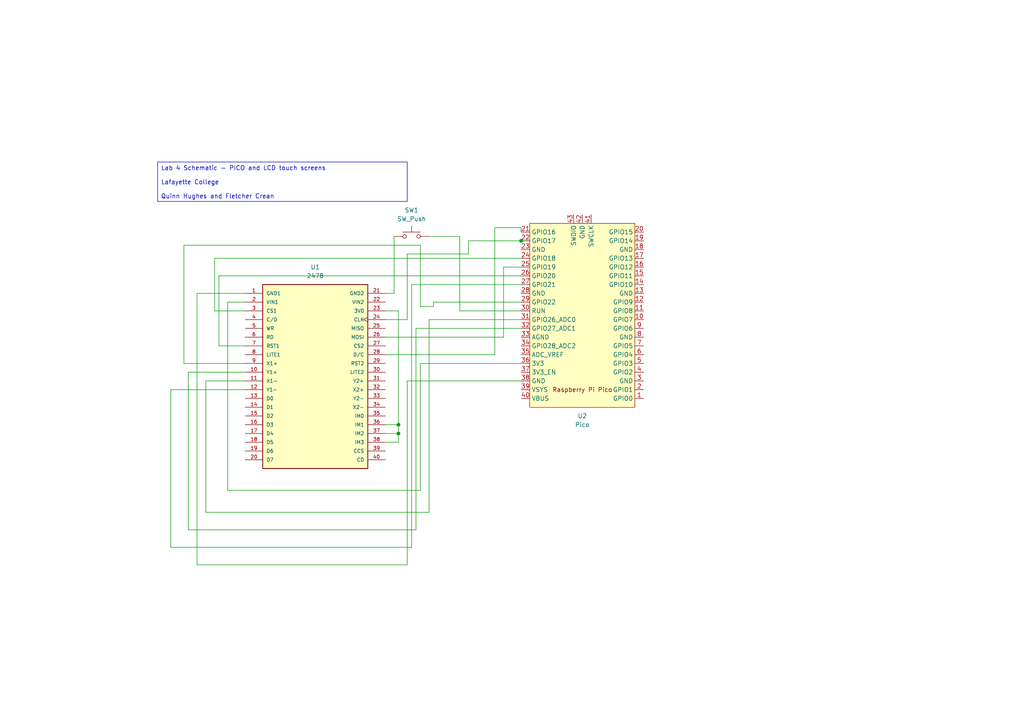
<source format=kicad_sch>
(kicad_sch (version 20250114) (generator "eeschema") (generator_version "9.0")
  (paper "A4")
  (lib_symbols
    (symbol "2478:2478" (pin_names (offset 1.016))
      (property "Reference" "U" (at -15.2631 28.6183 0))
      (property "Value" "2478" (at -15.262 -27.9803 0))
      (symbol "2478_0_0"
        (rectangle (start -15.24 -25.4) (end 15.24 27.94) (stroke (width 0.254)) (fill (type background)))
        (pin power_in line (at -20.32 25.4 0) (length 5.08) (name "GND1") (number "1"))
        (pin power_in line (at -20.32 22.86 0) (length 5.08) (name "VIN1") (number "2"))
        (pin input line (at -20.32 20.32 0) (length 5.08) (name "CS1") (number "3"))
        (pin input line (at -20.32 17.78 0) (length 5.08) (name "C/D") (number "4"))
        (pin input line (at -20.32 15.24 0) (length 5.08) (name "WR") (number "5"))
        (pin input line (at -20.32 12.7 0) (length 5.08) (name "RD") (number "6"))
        (pin input line (at -20.32 10.16 0) (length 5.08) (name "RST1") (number "7"))
        (pin input line (at -20.32 7.62 0) (length 5.08) (name "LITE1") (number "8"))
        (pin output line (at -20.32 5.08 0) (length 5.08) (name "X1+") (number "9"))
        (pin output line (at -20.32 2.54 0) (length 5.08) (name "Y1+") (number "10"))
        (pin output line (at -20.32 0 0) (length 5.08) (name "X1-") (number "11"))
        (pin output line (at -20.32 -2.54 0) (length 5.08) (name "Y1-") (number "12"))
        (pin bidirectional line (at -20.32 -5.08 0) (length 5.08) (name "D0") (number "13"))
        (pin bidirectional line (at -20.32 -7.62 0) (length 5.08) (name "D1") (number "14"))
        (pin bidirectional line (at -20.32 -10.16 0) (length 5.08) (name "D2") (number "15"))
        (pin bidirectional line (at -20.32 -12.7 0) (length 5.08) (name "D3") (number "16"))
        (pin bidirectional line (at -20.32 -15.24 0) (length 5.08) (name "D4") (number "17"))
        (pin bidirectional line (at -20.32 -17.78 0) (length 5.08) (name "D5") (number "18"))
        (pin bidirectional line (at -20.32 -20.32 0) (length 5.08) (name "D6") (number "19"))
        (pin bidirectional line (at -20.32 -22.86 0) (length 5.08) (name "D7") (number "20"))
        (pin power_in line (at 20.32 25.4 180) (length 5.08) (name "GND2") (number "21"))
        (pin power_in line (at 20.32 22.86 180) (length 5.08) (name "VIN2") (number "22"))
        (pin output line (at 20.32 20.32 180) (length 5.08) (name "3V0") (number "23"))
        (pin input clock (at 20.32 17.78 180) (length 5.08) (name "CLK") (number "24"))
        (pin output line (at 20.32 15.24 180) (length 5.08) (name "MISO") (number "25"))
        (pin input line (at 20.32 12.7 180) (length 5.08) (name "MOSI") (number "26"))
        (pin input line (at 20.32 10.16 180) (length 5.08) (name "CS2") (number "27"))
        (pin input line (at 20.32 7.62 180) (length 5.08) (name "D/C") (number "28"))
        (pin input line (at 20.32 5.08 180) (length 5.08) (name "RST2") (number "29"))
        (pin input line (at 20.32 2.54 180) (length 5.08) (name "LITE2") (number "30"))
        (pin output line (at 20.32 0 180) (length 5.08) (name "Y2+") (number "31"))
        (pin output line (at 20.32 -2.54 180) (length 5.08) (name "X2+") (number "32"))
        (pin output line (at 20.32 -5.08 180) (length 5.08) (name "Y2-") (number "33"))
        (pin output line (at 20.32 -7.62 180) (length 5.08) (name "X2-") (number "34"))
        (pin input line (at 20.32 -10.16 180) (length 5.08) (name "IM0") (number "35"))
        (pin input line (at 20.32 -12.7 180) (length 5.08) (name "IM1") (number "36"))
        (pin input line (at 20.32 -15.24 180) (length 5.08) (name "IM2") (number "37"))
        (pin input line (at 20.32 -17.78 180) (length 5.08) (name "IM3") (number "38"))
        (pin input line (at 20.32 -20.32 180) (length 5.08) (name "CCS") (number "39"))
        (pin output line (at 20.32 -22.86 180) (length 5.08) (name "CD") (number "40"))
      )
    )
    (symbol "MCU_RaspberryPi_and_Boards:Pico"
      (property "Reference" "U" (at -13.97 27.94 0))
      (property "Value" "Pico" (at 0 19.05 0))
      (symbol "Pico_0_0"
        (text "Raspberry Pi Pico" (at 0 21.59 0) (effects (font (size 1.27 1.27))))
      )
      (symbol "Pico_0_1"
        (rectangle (start -15.24 26.67) (end 15.24 -26.67) (fill (type background)))
      )
      (symbol "Pico_1_1"
        (pin bidirectional line (at -17.78 24.13 0) (length 2.54) (name "GPIO0") (number "1"))
        (pin bidirectional line (at -17.78 21.59 0) (length 2.54) (name "GPIO1") (number "2"))
        (pin power_in line (at -17.78 19.05 0) (length 2.54) (name "GND") (number "3"))
        (pin bidirectional line (at -17.78 16.51 0) (length 2.54) (name "GPIO2") (number "4"))
        (pin bidirectional line (at -17.78 13.97 0) (length 2.54) (name "GPIO3") (number "5"))
        (pin bidirectional line (at -17.78 11.43 0) (length 2.54) (name "GPIO4") (number "6"))
        (pin bidirectional line (at -17.78 8.89 0) (length 2.54) (name "GPIO5") (number "7"))
        (pin power_in line (at -17.78 6.35 0) (length 2.54) (name "GND") (number "8"))
        (pin bidirectional line (at -17.78 3.81 0) (length 2.54) (name "GPIO6") (number "9"))
        (pin bidirectional line (at -17.78 1.27 0) (length 2.54) (name "GPIO7") (number "10"))
        (pin bidirectional line (at -17.78 -1.27 0) (length 2.54) (name "GPIO8") (number "11"))
        (pin bidirectional line (at -17.78 -3.81 0) (length 2.54) (name "GPIO9") (number "12"))
        (pin power_in line (at -17.78 -6.35 0) (length 2.54) (name "GND") (number "13"))
        (pin bidirectional line (at -17.78 -8.89 0) (length 2.54) (name "GPIO10") (number "14"))
        (pin bidirectional line (at -17.78 -11.43 0) (length 2.54) (name "GPIO11") (number "15"))
        (pin bidirectional line (at -17.78 -13.97 0) (length 2.54) (name "GPIO12") (number "16"))
        (pin bidirectional line (at -17.78 -16.51 0) (length 2.54) (name "GPIO13") (number "17"))
        (pin power_in line (at -17.78 -19.05 0) (length 2.54) (name "GND") (number "18"))
        (pin bidirectional line (at -17.78 -21.59 0) (length 2.54) (name "GPIO14") (number "19"))
        (pin bidirectional line (at -17.78 -24.13 0) (length 2.54) (name "GPIO15") (number "20"))
        (pin input line (at -2.54 -29.21 90) (length 2.54) (name "SWCLK") (number "41"))
        (pin power_in line (at 0 -29.21 90) (length 2.54) (name "GND") (number "42"))
        (pin bidirectional line (at 2.54 -29.21 90) (length 2.54) (name "SWDIO") (number "43"))
        (pin power_in line (at 17.78 24.13 180) (length 2.54) (name "VBUS") (number "40"))
        (pin power_in line (at 17.78 21.59 180) (length 2.54) (name "VSYS") (number "39"))
        (pin bidirectional line (at 17.78 19.05 180) (length 2.54) (name "GND") (number "38"))
        (pin input line (at 17.78 16.51 180) (length 2.54) (name "3V3_EN") (number "37"))
        (pin power_in line (at 17.78 13.97 180) (length 2.54) (name "3V3") (number "36"))
        (pin power_in line (at 17.78 11.43 180) (length 2.54) (name "ADC_VREF") (number "35"))
        (pin bidirectional line (at 17.78 8.89 180) (length 2.54) (name "GPIO28_ADC2") (number "34"))
        (pin power_in line (at 17.78 6.35 180) (length 2.54) (name "AGND") (number "33"))
        (pin bidirectional line (at 17.78 3.81 180) (length 2.54) (name "GPIO27_ADC1") (number "32"))
        (pin bidirectional line (at 17.78 1.27 180) (length 2.54) (name "GPIO26_ADC0") (number "31"))
        (pin input line (at 17.78 -1.27 180) (length 2.54) (name "RUN") (number "30"))
        (pin bidirectional line (at 17.78 -3.81 180) (length 2.54) (name "GPIO22") (number "29"))
        (pin power_in line (at 17.78 -6.35 180) (length 2.54) (name "GND") (number "28"))
        (pin bidirectional line (at 17.78 -8.89 180) (length 2.54) (name "GPIO21") (number "27"))
        (pin bidirectional line (at 17.78 -11.43 180) (length 2.54) (name "GPIO20") (number "26"))
        (pin bidirectional line (at 17.78 -13.97 180) (length 2.54) (name "GPIO19") (number "25"))
        (pin bidirectional line (at 17.78 -16.51 180) (length 2.54) (name "GPIO18") (number "24"))
        (pin power_in line (at 17.78 -19.05 180) (length 2.54) (name "GND") (number "23"))
        (pin bidirectional line (at 17.78 -21.59 180) (length 2.54) (name "GPIO17") (number "22"))
        (pin bidirectional line (at 17.78 -24.13 180) (length 2.54) (name "GPIO16") (number "21"))
      )
    )
    (symbol "Switch:SW_Push" (pin_numbers (hide yes)) (pin_names (offset 1.016) (hide yes))
      (property "Reference" "SW" (at 1.27 2.54 0))
      (property "Value" "SW_Push" (at 0 -1.524 0))
      (symbol "SW_Push_0_1"
        (circle (center -2.032 0) (radius 0.508))
        (polyline (pts (xy 0 1.27) (xy 0 3.048)))
        (circle (center 2.032 0) (radius 0.508))
        (polyline (pts (xy 2.54 1.27) (xy -2.54 1.27)))
        (pin passive line (at -5.08 0 0) (length 2.54) (name "1") (number "1"))
        (pin passive line (at 5.08 0 180) (length 2.54) (name "2") (number "2"))
      )
    )
  )
  (text_box "Lab 4 Schematic - PICO and LCD touch screens\n\nLafayette College\n\nQuinn Hughes and Fletcher Crean" (at 45.72 46.99 0) (size 72.39 11.43) (margins 0.9525 0.9525 0.9525 0.9525) (effects (font (size 1.27 1.27)) (justify left top)))
  (junction (at 115.57 123.19))
  (junction (at 151.13 69.85))
  (junction (at 115.57 125.73))
  (wire (pts (xy 111.76 92.71) (xy 118.11 92.71)))
  (wire (pts (xy 121.92 71.12) (xy 121.92 88.9)))
  (wire (pts (xy 118.11 110.49) (xy 118.11 163.83)))
  (wire (pts (xy 115.57 90.17) (xy 115.57 123.19)))
  (wire (pts (xy 133.35 90.17) (xy 133.35 68.58)))
  (wire (pts (xy 66.04 87.63) (xy 66.04 142.24)))
  (wire (pts (xy 111.76 128.27) (xy 115.57 128.27)))
  (wire (pts (xy 71.12 85.09) (xy 57.15 85.09)))
  (wire (pts (xy 57.15 163.83) (xy 118.11 163.83)))
  (wire (pts (xy 120.65 95.25) (xy 120.65 153.67)))
  (wire (pts (xy 63.5 80.01) (xy 151.13 80.01)))
  (wire (pts (xy 115.57 125.73) (xy 115.57 128.27)))
  (wire (pts (xy 135.89 69.85) (xy 151.13 69.85)))
  (wire (pts (xy 114.3 68.58) (xy 114.3 85.09)))
  (wire (pts (xy 118.11 92.71) (xy 118.11 73.66)))
  (wire (pts (xy 125.73 88.9) (xy 125.73 87.63)))
  (wire (pts (xy 71.12 87.63) (xy 66.04 87.63)))
  (wire (pts (xy 49.53 158.75) (xy 119.38 158.75)))
  (wire (pts (xy 71.12 90.17) (xy 62.23 90.17)))
  (wire (pts (xy 118.11 73.66) (xy 135.89 73.66)))
  (wire (pts (xy 118.11 110.49) (xy 151.13 110.49)))
  (wire (pts (xy 111.76 125.73) (xy 115.57 125.73)))
  (wire (pts (xy 119.38 82.55) (xy 151.13 82.55)))
  (wire (pts (xy 111.76 102.87) (xy 143.51 102.87)))
  (wire (pts (xy 53.34 105.41) (xy 53.34 71.12)))
  (wire (pts (xy 146.05 77.47) (xy 151.13 77.47)))
  (wire (pts (xy 54.61 153.67) (xy 120.65 153.67)))
  (wire (pts (xy 49.53 113.03) (xy 49.53 158.75)))
  (wire (pts (xy 146.05 97.79) (xy 146.05 77.47)))
  (wire (pts (xy 133.35 68.58) (xy 124.46 68.58)))
  (wire (pts (xy 135.89 73.66) (xy 135.89 69.85)))
  (wire (pts (xy 71.12 107.95) (xy 54.61 107.95)))
  (wire (pts (xy 151.13 90.17) (xy 133.35 90.17)))
  (wire (pts (xy 151.13 92.71) (xy 124.46 92.71)))
  (wire (pts (xy 54.61 107.95) (xy 54.61 153.67)))
  (wire (pts (xy 143.51 66.04) (xy 151.13 66.04)))
  (wire (pts (xy 71.12 105.41) (xy 53.34 105.41)))
  (wire (pts (xy 115.57 123.19) (xy 115.57 125.73)))
  (wire (pts (xy 63.5 100.33) (xy 63.5 80.01)))
  (wire (pts (xy 57.15 85.09) (xy 57.15 163.83)))
  (wire (pts (xy 151.13 69.85) (xy 152.4 69.85)))
  (wire (pts (xy 125.73 87.63) (xy 151.13 87.63)))
  (wire (pts (xy 151.13 66.04) (xy 151.13 67.31)))
  (wire (pts (xy 66.04 142.24) (xy 121.92 142.24)))
  (wire (pts (xy 53.34 71.12) (xy 121.92 71.12)))
  (wire (pts (xy 121.92 105.41) (xy 121.92 142.24)))
  (wire (pts (xy 143.51 102.87) (xy 143.51 66.04)))
  (wire (pts (xy 62.23 90.17) (xy 62.23 74.93)))
  (wire (pts (xy 111.76 85.09) (xy 114.3 85.09)))
  (wire (pts (xy 115.57 123.19) (xy 111.76 123.19)))
  (wire (pts (xy 121.92 88.9) (xy 125.73 88.9)))
  (wire (pts (xy 111.76 90.17) (xy 115.57 90.17)))
  (wire (pts (xy 71.12 113.03) (xy 49.53 113.03)))
  (wire (pts (xy 71.12 110.49) (xy 59.69 110.49)))
  (wire (pts (xy 71.12 100.33) (xy 63.5 100.33)))
  (wire (pts (xy 111.76 97.79) (xy 146.05 97.79)))
  (wire (pts (xy 120.65 95.25) (xy 151.13 95.25)))
  (wire (pts (xy 119.38 158.75) (xy 119.38 82.55)))
  (wire (pts (xy 59.69 148.59) (xy 124.46 148.59)))
  (wire (pts (xy 59.69 110.49) (xy 59.69 148.59)))
  (wire (pts (xy 62.23 74.93) (xy 151.13 74.93)))
  (wire (pts (xy 124.46 92.71) (xy 124.46 148.59)))
  (wire (pts (xy 121.92 105.41) (xy 151.13 105.41)))
  (symbol (lib_id "2478:2478") (at 91.44 110.49 0) (unit 1)
    (property "Reference" "U1" (at 91.44 77.47 0))
    (property "Value" "2478" (at 91.44 80.01 0))
    (property "Footprint" "ADAFRUIT_2478" (effects (hide yes)))
    (property "MANUFACTURER" "Adafruit Industries LLC" (effects (hide yes)))
  )
  (symbol (lib_id "MCU_RaspberryPi_and_Boards:Pico") (at 168.91 91.44 180) (unit 1)
    (property "Reference" "U2" (at 168.91 120.65 0))
    (property "Value" "Pico" (at 168.91 123.19 0))
    (property "Footprint" "RPi_Pico:RPi_Pico_SMD_TH" (effects (hide yes)))
  )
  (symbol (lib_id "Switch:SW_Push") (at 119.38 68.58 0) (unit 1)
    (property "Reference" "SW1" (at 119.38 60.96 0))
    (property "Value" "SW_Push" (at 119.38 63.5 0))
    (property "Description" "Push button switch, generic, two pins" (effects (hide yes)))
  )
)
</source>
